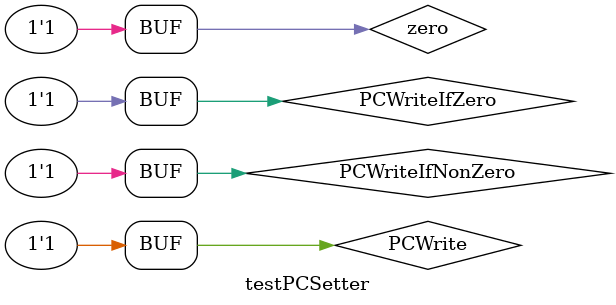
<source format=v>
`timescale 1ns / 1ps


module testPCSetter;

	// Inputs
	reg PCWrite;
	reg PCWriteIfZero;
	reg PCWriteIfNonZero;
	reg zero;

	// Outputs
	wire out;

	// Instantiate the Unit Under Test (UUT)
	PCSetter uut (
		.PCWrite(PCWrite), 
		.PCWriteIfZero(PCWriteIfZero), 
		.PCWriteIfNonZero(PCWriteIfNonZero), 
		.zero(zero), 
		.out(out)
	);

	initial begin
		// Initialize Inputs
		PCWrite = 0;
		PCWriteIfZero = 0;
		PCWriteIfNonZero = 0;
		zero = 0;

		// Wait 100 ns for global reset to finish
		#100;
		
		// Add stimulus here
		#100;
      PCWrite = 0;
		PCWriteIfZero = 0;
		PCWriteIfNonZero = 0;
		zero = 1;
		
		#100;
      PCWrite = 0;
		PCWriteIfZero = 0;
		PCWriteIfNonZero = 1;
		zero = 0;
		
		#100;
      PCWrite = 0;
		PCWriteIfZero = 0;
		PCWriteIfNonZero = 1;
		zero = 1;
		
		#100;
      PCWrite = 0;
		PCWriteIfZero = 1;
		PCWriteIfNonZero = 0;
		zero = 0;
		
		#100;
      PCWrite = 0;
		PCWriteIfZero = 1;
		PCWriteIfNonZero = 0;
		zero = 1;
		
		#100;
      PCWrite = 0;
		PCWriteIfZero = 1;
		PCWriteIfNonZero = 1;
		zero = 0;
		
		#100;
      PCWrite = 0;
		PCWriteIfZero = 1;
		PCWriteIfNonZero = 1;
		zero = 1;
		
		////
		
		#100;
      PCWrite = 1;
		PCWriteIfZero = 0;
		PCWriteIfNonZero = 0;
		zero = 1;
		
		#100;
      PCWrite = 1;
		PCWriteIfZero = 0;
		PCWriteIfNonZero = 1;
		zero = 0;
		
		#100;
      PCWrite = 1;
		PCWriteIfZero = 0;
		PCWriteIfNonZero = 1;
		zero = 1;
		
		#100;
      PCWrite = 1;
		PCWriteIfZero = 1;
		PCWriteIfNonZero = 0;
		zero = 0;
		
		#100;
      PCWrite = 1;
		PCWriteIfZero = 1;
		PCWriteIfNonZero = 0;
		zero = 1;
		
		#100;
      PCWrite = 1;
		PCWriteIfZero = 1;
		PCWriteIfNonZero = 1;
		zero = 0;
		
		#100;
      PCWrite = 1;
		PCWriteIfZero = 1;
		PCWriteIfNonZero = 1;
		zero = 1;
		

	end
      
endmodule


</source>
